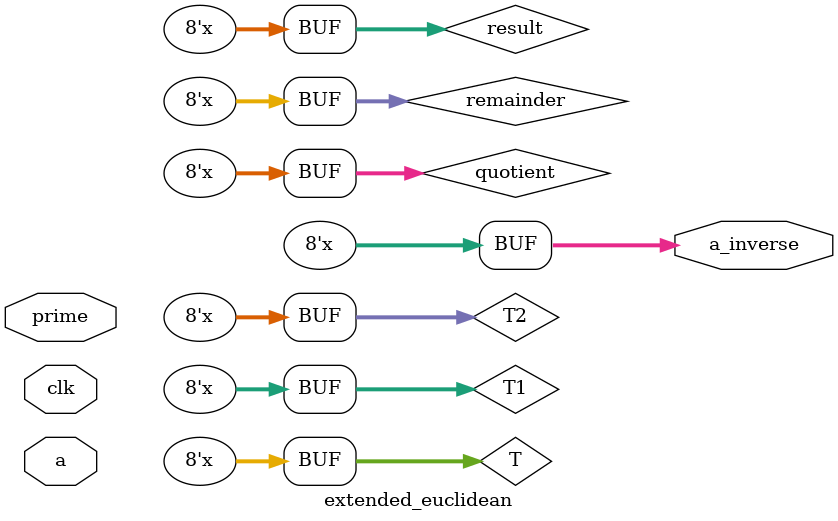
<source format=v>
`timescale 1ps/1ps

module extended_euclidean (
    a_inverse, prime, a, clk
);
    output [7:0] a_inverse;
    input[7:0] prime, a;
    input clk;

    reg[7:0] A, B, quotient, remainder, T, result;
    reg[7:0] T1=8'b00000000;
    reg[7:0] T2=8'b00000001;

    // Set of all states of FSM
    reg [2:0] state;
    parameter load = 0;
    parameter compute_QR = 1;
    parameter compute_T = 2;
    parameter shift = 3;
    parameter complete = 4;


    assign a_inverse = result;



    // State transition of FSM
    always @(posedge clk ) begin 
        case(state)
            load: state <= compute_QR;
            compute_QR: state <= compute_T;
            compute_T: state <= shift;
            
            shift: 
                begin 
                    if (A == 0) 
                        state <= complete;
                    else
                        state <= compute_QR;
                end
            
            complete: state <= complete;
            default: state <= load;
        endcase
    end



    // State operations of FSM
    always @(state) begin 
        case(state)
            load:
                begin 
                    B = prime;
                    A = a;
                end

            compute_QR: 
                begin 
                    quotient = B / A;
                    remainder = B % A;
                end
            
            compute_T: T = T1-(T2*quotient); 
            
            shift: 
                begin 
                    B = A;
                    A = remainder;
                    T1 = T2;
                    T2 = T;
                end
            
            complete: result = T1;
        endcase
    end
    
endmodule
</source>
